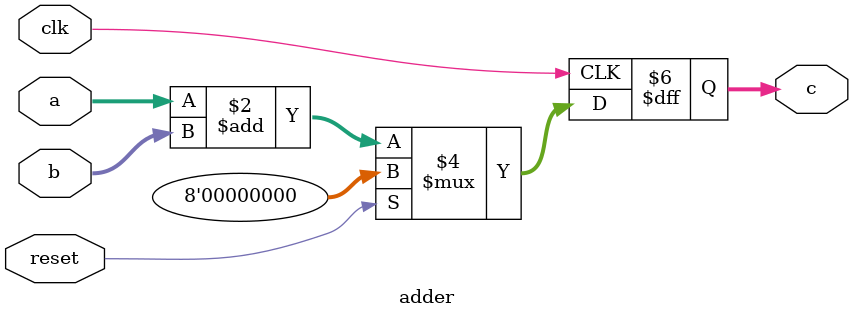
<source format=v>
module adder(
input clk,
input reset,
input [7:0]a,
input [7:0]b,

output reg[7:0]c
    ); 
 
 always@(posedge clk)begin
   if(reset)
     c <= 0;
   else
     c <= a + b;
 end
    
endmodule

</source>
